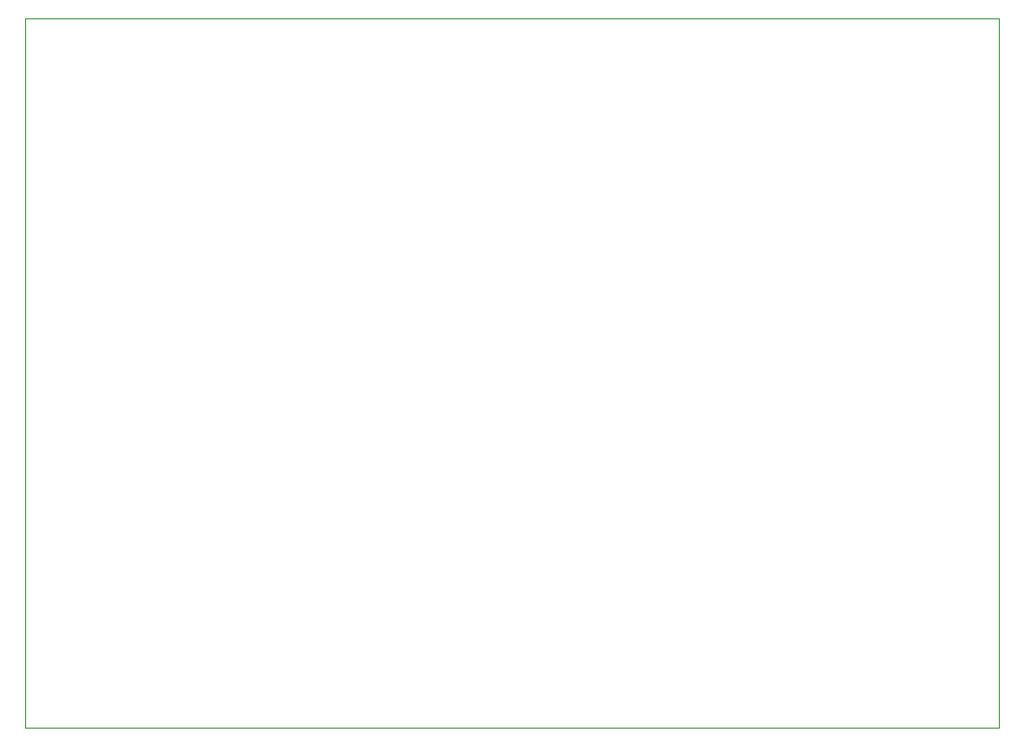
<source format=gbr>
%TF.GenerationSoftware,KiCad,Pcbnew,(6.0.0)*%
%TF.CreationDate,2022-01-31T16:35:01+07:00*%
%TF.ProjectId,eggmodel_V1,6567676d-6f64-4656-9c5f-56312e6b6963,rev?*%
%TF.SameCoordinates,Original*%
%TF.FileFunction,Profile,NP*%
%FSLAX46Y46*%
G04 Gerber Fmt 4.6, Leading zero omitted, Abs format (unit mm)*
G04 Created by KiCad (PCBNEW (6.0.0)) date 2022-01-31 16:35:01*
%MOMM*%
%LPD*%
G01*
G04 APERTURE LIST*
%TA.AperFunction,Profile*%
%ADD10C,0.100000*%
%TD*%
G04 APERTURE END LIST*
D10*
X194630000Y-109340000D02*
X109340000Y-109340000D01*
X109340000Y-109340000D02*
X109340000Y-47200000D01*
X109340000Y-47200000D02*
X194630000Y-47200000D01*
X194630000Y-47200000D02*
X194630000Y-109340000D01*
M02*

</source>
